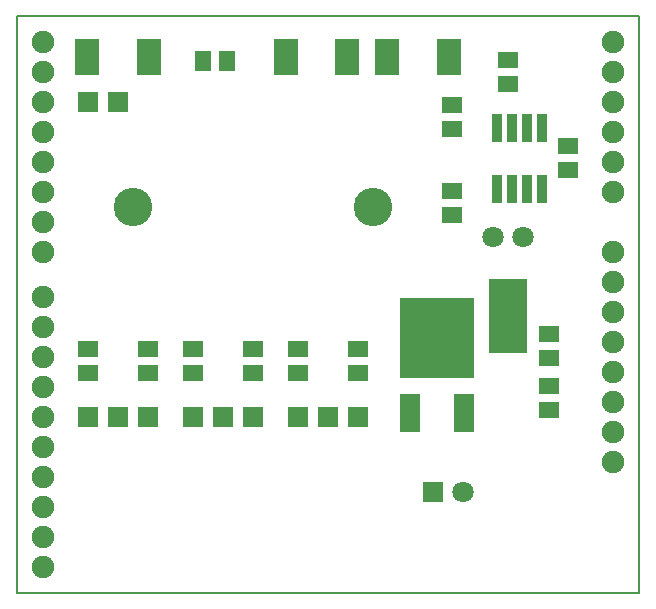
<source format=gbr>
%FSLAX23Y23*%
%MOIN*%
G04 EasyPC Gerber Version 18.0.1 Build 3581 *
%ADD100R,0.03362X0.09660*%
%ADD28R,0.05528X0.06512*%
%ADD97R,0.06906X0.12811*%
%ADD102R,0.07890X0.12000*%
%ADD94R,0.12811X0.24622*%
%ADD98R,0.24622X0.26591*%
%ADD96R,0.07102X0.07102*%
%ADD10C,0.00800*%
%ADD72R,0.06512X0.05528*%
%ADD101C,0.07102*%
%ADD95C,0.07496*%
%ADD99C,0.12811*%
X0Y0D02*
D02*
D10*
X417Y924D02*
X2492D01*
Y2849*
X417*
Y924*
D02*
D28*
X1039Y2699D03*
X1119D03*
D02*
D72*
X654Y1659D03*
Y1739D03*
X854Y1659D03*
Y1739D03*
X1004Y1659D03*
Y1739D03*
X1204Y1659D03*
Y1739D03*
X1354Y1659D03*
Y1739D03*
X1554Y1659D03*
Y1739D03*
X1866Y2184D03*
Y2264D03*
Y2472D03*
Y2552D03*
X2054Y2622D03*
Y2702D03*
X2192Y1534D03*
Y1614D03*
Y1709D03*
Y1789D03*
X2254Y2334D03*
Y2414D03*
D02*
D94*
X2054Y1849D03*
D02*
D95*
X504Y1012D03*
Y1112D03*
Y1212D03*
Y1312D03*
Y1412D03*
Y1512D03*
Y1612D03*
Y1712D03*
Y1812D03*
Y1912D03*
Y2062D03*
Y2162D03*
Y2262D03*
Y2362D03*
Y2462D03*
Y2562D03*
Y2662D03*
Y2762D03*
X2404Y1362D03*
Y1462D03*
Y1562D03*
Y1662D03*
Y1762D03*
Y1862D03*
Y1962D03*
Y2062D03*
Y2262D03*
Y2362D03*
Y2462D03*
Y2562D03*
Y2662D03*
Y2762D03*
D02*
D96*
X654Y1512D03*
Y2562D03*
X754Y1512D03*
Y2562D03*
X854Y1512D03*
X1004D03*
X1104D03*
X1204D03*
X1354D03*
X1454D03*
X1554D03*
X1804Y1262D03*
D02*
D97*
X1727Y1524D03*
X1907D03*
D02*
D98*
X1816Y1774D03*
D02*
D99*
X804Y2212D03*
X1604D03*
D02*
D100*
X2017Y2272D03*
Y2476D03*
X2067Y2272D03*
Y2476D03*
X2117Y2272D03*
Y2476D03*
X2167Y2272D03*
Y2476D03*
D02*
D101*
X1904Y1262D03*
X2004Y2112D03*
X2104D03*
D02*
D102*
X652Y2712D03*
X856D03*
X1315D03*
X1519D03*
X1652D03*
X1856D03*
X0Y0D02*
M02*

</source>
